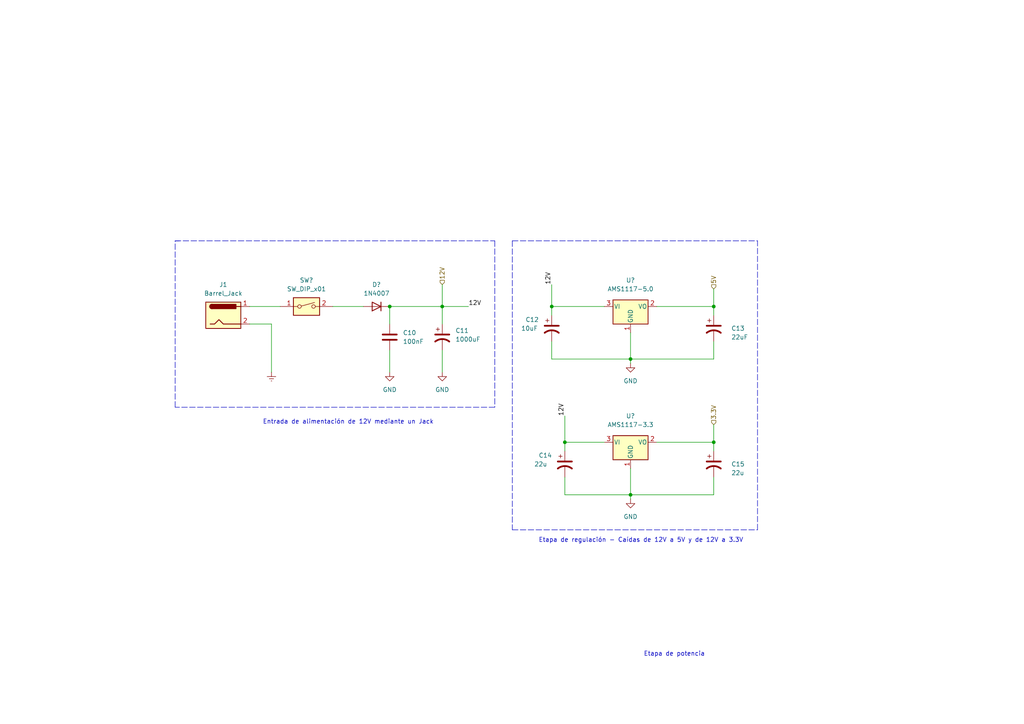
<source format=kicad_sch>
(kicad_sch (version 20211123) (generator eeschema)
  (paper "A4")
  (lib_symbols
    (symbol "Connector:Barrel_Jack" (pin_names (offset 1.016))
      (property "Reference" "J" (at 0 5.334 0))
      (property "Value" "Barrel_Jack" (at 0 -5.08 0))
      (symbol "Barrel_Jack_0_1"
        (rectangle (start -5.08 3.81) (end 5.08 -3.81) (stroke (width 0.254)) (fill (type background)))
        (arc (start -3.302 3.175) (mid -3.937 2.54) (end -3.302 1.905) (stroke (width 0.254)))
        (arc (start -3.302 3.175) (mid -3.937 2.54) (end -3.302 1.905) (stroke (width 0.254)) (fill (type outline)))
        (polyline (pts (xy 5.08 2.54) (xy 3.81 2.54)) (stroke (width 0.254)))
        (polyline (pts (xy -3.81 -2.54) (xy -2.54 -2.54) (xy -1.27 -1.27) (xy 0 -2.54) (xy 2.54 -2.54) (xy 5.08 -2.54)) (stroke (width 0.254)))
        (rectangle (start 3.683 3.175) (end -3.302 1.905) (stroke (width 0.254)) (fill (type outline)))
      )
      (symbol "Barrel_Jack_1_1"
        (pin passive line (at 7.62 2.54 180) (length 2.54) (name "~") (number "1"))
        (pin passive line (at 7.62 -2.54 180) (length 2.54) (name "~") (number "2"))
      )
    )
    (symbol "Device:C" (pin_numbers hide) (pin_names (offset 0.254))
      (property "Reference" "C" (at 0.635 2.54 0))
      (property "Value" "C" (at 0.635 -2.54 0))
      (symbol "C_0_1"
        (polyline (pts (xy -2.032 -0.762) (xy 2.032 -0.762)) (stroke (width 0.508)))
        (polyline (pts (xy -2.032 0.762) (xy 2.032 0.762)) (stroke (width 0.508)))
      )
      (symbol "C_1_1"
        (pin passive line (at 0 3.81 270) (length 2.794) (name "~") (number "1"))
        (pin passive line (at 0 -3.81 90) (length 2.794) (name "~") (number "2"))
      )
    )
    (symbol "Device:C_Polarized_US" (pin_numbers hide) (pin_names (offset 0.254) hide)
      (property "Reference" "C" (at 0.635 2.54 0))
      (property "Value" "C_Polarized_US" (at 0.635 -2.54 0))
      (symbol "C_Polarized_US_0_1"
        (polyline (pts (xy -2.032 0.762) (xy 2.032 0.762)) (stroke (width 0.508)))
        (polyline (pts (xy -1.778 2.286) (xy -0.762 2.286)))
        (polyline (pts (xy -1.27 1.778) (xy -1.27 2.794)))
        (arc (start 2.032 -1.27) (mid 0 -0.5572) (end -2.032 -1.27) (stroke (width 0.508)))
      )
      (symbol "C_Polarized_US_1_1"
        (pin passive line (at 0 3.81 270) (length 2.794) (name "~") (number "1"))
        (pin passive line (at 0 -3.81 90) (length 3.302) (name "~") (number "2"))
      )
    )
    (symbol "Diode:1N4007" (pin_numbers hide) (pin_names (offset 1.016) hide)
      (property "Reference" "D" (at 0 2.54 0))
      (property "Value" "1N4007" (at 0 -2.54 0))
      (symbol "1N4007_0_1"
        (polyline (pts (xy -1.27 1.27) (xy -1.27 -1.27)) (stroke (width 0.254)))
        (polyline (pts (xy 1.27 0) (xy -1.27 0)))
        (polyline (pts (xy 1.27 1.27) (xy 1.27 -1.27) (xy -1.27 0) (xy 1.27 1.27)) (stroke (width 0.254)))
      )
      (symbol "1N4007_1_1"
        (pin passive line (at -3.81 0 0) (length 2.54) (name "K") (number "1"))
        (pin passive line (at 3.81 0 180) (length 2.54) (name "A") (number "2"))
      )
    )
    (symbol "Regulator_Linear:AMS1117-3.3" (pin_names (offset 0.254))
      (property "Reference" "U" (at -3.81 3.175 0))
      (property "Value" "AMS1117-3.3" (at 0 3.175 0))
      (symbol "AMS1117-3.3_0_1"
        (rectangle (start -5.08 -5.08) (end 5.08 1.905) (stroke (width 0.254)) (fill (type background)))
      )
      (symbol "AMS1117-3.3_1_1"
        (pin power_in line (at 0 -7.62 90) (length 2.54) (name "GND") (number "1"))
        (pin power_out line (at 7.62 0 180) (length 2.54) (name "VO") (number "2"))
        (pin power_in line (at -7.62 0 0) (length 2.54) (name "VI") (number "3"))
      )
    )
    (symbol "Regulator_Linear:AMS1117-5.0" (pin_names (offset 0.254))
      (property "Reference" "U" (at -3.81 3.175 0))
      (property "Value" "AMS1117-5.0" (at 0 3.175 0))
      (symbol "AMS1117-5.0_0_1"
        (rectangle (start -5.08 -5.08) (end 5.08 1.905) (stroke (width 0.254)) (fill (type background)))
      )
      (symbol "AMS1117-5.0_1_1"
        (pin power_in line (at 0 -7.62 90) (length 2.54) (name "GND") (number "1"))
        (pin power_out line (at 7.62 0 180) (length 2.54) (name "VO") (number "2"))
        (pin power_in line (at -7.62 0 0) (length 2.54) (name "VI") (number "3"))
      )
    )
    (symbol "Switch:SW_DIP_x01" (pin_names (offset 0) hide)
      (property "Reference" "SW" (at 0 3.81 0))
      (property "Value" "SW_DIP_x01" (at 0 -3.81 0))
      (symbol "SW_DIP_x01_0_0"
        (circle (center -2.032 0) (radius 0.508))
        (polyline (pts (xy -1.524 0.127) (xy 2.3622 1.1684)))
        (circle (center 2.032 0) (radius 0.508))
      )
      (symbol "SW_DIP_x01_0_1"
        (rectangle (start -3.81 2.54) (end 3.81 -2.54) (stroke (width 0.254)) (fill (type background)))
      )
      (symbol "SW_DIP_x01_1_1"
        (pin passive line (at -7.62 0 0) (length 5.08) (name "~") (number "1"))
        (pin passive line (at 7.62 0 180) (length 5.08) (name "~") (number "2"))
      )
    )
    (symbol "power:Earth" (power) (pin_names (offset 0))
      (symbol "Earth_0_1"
        (polyline (pts (xy -0.635 -1.905) (xy 0.635 -1.905)))
        (polyline (pts (xy -0.127 -2.54) (xy 0.127 -2.54)))
        (polyline (pts (xy 0 -1.27) (xy 0 0)))
        (polyline (pts (xy 1.27 -1.27) (xy -1.27 -1.27)))
      )
      (symbol "Earth_1_1"
        (pin power_in line (at 0 0 270) (length 0) hide (name "Earth") (number "1"))
      )
    )
    (symbol "power:GND" (power) (pin_names (offset 0))
      (property "Value" "GND" (at 0 -3.81 0))
      (symbol "GND_0_1"
        (polyline (pts (xy 0 0) (xy 0 -1.27) (xy 1.27 -1.27) (xy 0 -2.54) (xy -1.27 -1.27) (xy 0 -1.27)))
      )
      (symbol "GND_1_1"
        (pin power_in line (at 0 0 270) (length 0) hide (name "GND") (number "1"))
      )
    )
  )
  (junction (at 113.03 88.9))
  (junction (at 160.02 88.9))
  (junction (at 207.01 128.27))
  (junction (at 128.27 88.9))
  (junction (at 163.83 128.27))
  (junction (at 207.01 88.9))
  (junction (at 182.88 143.51))
  (junction (at 182.88 104.14))
  (wire (pts (xy 182.88 104.14) (xy 207.01 104.14)))
  (wire (pts (xy 113.03 88.9) (xy 128.27 88.9)))
  (wire (pts (xy 160.02 104.14) (xy 182.88 104.14)))
  (wire (pts (xy 113.03 88.9) (xy 113.03 93.98)))
  (wire (pts (xy 163.83 128.27) (xy 163.83 130.81)))
  (wire (pts (xy 72.39 88.9) (xy 81.28 88.9)))
  (wire (pts (xy 160.02 99.06) (xy 160.02 104.14)))
  (wire (pts (xy 113.03 101.6) (xy 113.03 107.95)))
  (wire (pts (xy 182.88 104.14) (xy 182.88 105.41)))
  (wire (pts (xy 207.01 138.43) (xy 207.01 143.51)))
  (wire (pts (xy 160.02 82.55) (xy 160.02 88.9)))
  (wire (pts (xy 128.27 88.9) (xy 135.89 88.9)))
  (wire (pts (xy 78.74 93.98) (xy 78.74 107.95)))
  (polyline (pts (xy 148.59 69.85) (xy 219.71 69.85)))
  (wire (pts (xy 190.5 88.9) (xy 207.01 88.9)))
  (polyline (pts (xy 143.51 118.11) (xy 50.8 118.11)))
  (wire (pts (xy 128.27 82.55) (xy 128.27 88.9)))
  (wire (pts (xy 182.88 135.89) (xy 182.88 143.51)))
  (wire (pts (xy 163.83 138.43) (xy 163.83 143.51)))
  (polyline (pts (xy 50.8 69.85) (xy 52.07 69.85)))
  (polyline (pts (xy 219.71 153.67) (xy 219.71 69.85)))
  (polyline (pts (xy 50.8 69.85) (xy 143.51 69.85)))
  (wire (pts (xy 190.5 128.27) (xy 207.01 128.27)))
  (wire (pts (xy 207.01 91.44) (xy 207.01 88.9)))
  (wire (pts (xy 72.39 93.98) (xy 78.74 93.98)))
  (wire (pts (xy 207.01 130.81) (xy 207.01 128.27)))
  (wire (pts (xy 96.52 88.9) (xy 105.41 88.9)))
  (wire (pts (xy 163.83 120.65) (xy 163.83 128.27)))
  (polyline (pts (xy 148.59 153.67) (xy 219.71 153.67)))
  (polyline (pts (xy 143.51 69.85) (xy 143.51 118.11)))
  (wire (pts (xy 182.88 143.51) (xy 182.88 144.78)))
  (wire (pts (xy 160.02 88.9) (xy 160.02 91.44)))
  (wire (pts (xy 128.27 88.9) (xy 128.27 93.98)))
  (wire (pts (xy 207.01 83.82) (xy 207.01 88.9)))
  (polyline (pts (xy 148.59 69.85) (xy 148.59 153.67)))
  (wire (pts (xy 163.83 128.27) (xy 175.26 128.27)))
  (wire (pts (xy 207.01 99.06) (xy 207.01 104.14)))
  (wire (pts (xy 160.02 88.9) (xy 175.26 88.9)))
  (wire (pts (xy 207.01 123.19) (xy 207.01 128.27)))
  (wire (pts (xy 128.27 101.6) (xy 128.27 107.95)))
  (wire (pts (xy 163.83 143.51) (xy 182.88 143.51)))
  (wire (pts (xy 182.88 96.52) (xy 182.88 104.14)))
  (polyline (pts (xy 50.8 118.11) (xy 50.8 69.85)))
  (wire (pts (xy 182.88 143.51) (xy 207.01 143.51)))
  (text "Entrada de alimentación de 12V mediante un Jack " (at 76.2 123.19 0) (effects (font (size 1.27 1.27)) (justify left bottom)))
  (text "Etapa de regulación - Caídas de 12V a 5V y de 12V a 3.3V" (at 156.21 157.48 0) (effects (font (size 1.27 1.27)) (justify left bottom)))
  (text "Etapa de potencia" (at 186.69 190.5 0) (effects (font (size 1.27 1.27)) (justify left bottom)))
  (label "12V" (at 160.02 82.55 90))
  (label "12V" (at 163.83 120.65 90))
  (label "12V" (at 135.89 88.9 0))
  (hierarchical_label "3.3V" (shape input) (at 207.01 123.19 90))
  (hierarchical_label "12V" (shape input) (at 128.27 82.55 90))
  (hierarchical_label "5V" (shape input) (at 207.01 83.82 90))
  (symbol (lib_id "Regulator_Linear:AMS1117-5.0") (at 182.88 88.9 0) (unit 1)
    (property "Reference" "U?" (at 182.88 81.28 0))
    (property "Value" "AMS1117-5.0" (at 182.88 83.82 0))
    (property "Footprint" "Package_TO_SOT_SMD:SOT-223-3_TabPin2" (effects hide))
    (property "Datasheet" "http://www.advanced-monolithic.com/pdf/ds1117.pdf" (effects hide))
  )
  (symbol (lib_id "Device:C_Polarized_US") (at 207.01 95.25 0) (unit 1)
    (property "Reference" "C13" (at 212.09 95.25 0) (effects (justify left)))
    (property "Value" "22uF" (at 212.09 97.79 0) (effects (justify left)))
  )
  (symbol (lib_id "Device:C_Polarized_US") (at 160.02 95.25 0) (unit 1)
    (property "Reference" "C12" (at 152.4 92.71 0) (effects (justify left)))
    (property "Value" "10uF" (at 151.13 95.25 0) (effects (justify left)))
  )
  (symbol (lib_id "Connector:Barrel_Jack") (at 64.77 91.44 0) (unit 1)
    (property "Reference" "J1" (at 64.77 82.55 0))
    (property "Value" "Barrel_Jack" (at 64.77 85.09 0))
    (property "Footprint" "Connector_BarrelJack:BarrelJack_CLIFF_FC681465S_SMT_Horizontal" (effects hide))
  )
  (symbol (lib_id "Diode:1N4007") (at 109.22 88.9 180) (unit 1)
    (property "Reference" "D?" (at 109.22 82.55 0))
    (property "Value" "1N4007" (at 109.22 85.09 0))
    (property "Footprint" "Diode_THT:D_DO-41_SOD81_P10.16mm_Horizontal" (effects hide))
    (property "Datasheet" "http://www.vishay.com/docs/88503/1n4001.pdf" (effects hide))
  )
  (symbol (lib_id "Device:C_Polarized_US") (at 207.01 134.62 0) (unit 1)
    (property "Reference" "C15" (at 212.09 134.62 0) (effects (justify left)))
    (property "Value" "22u" (at 212.09 137.16 0) (effects (justify left)))
  )
  (symbol (lib_id "power:GND") (at 128.27 107.95 0) (unit 1)
    (property "Reference" "#PWR?" (effects hide))
    (property "Value" "GND" (at 128.27 113.03 0))
  )
  (symbol (lib_id "Device:C_Polarized_US") (at 163.83 134.62 0) (unit 1)
    (property "Reference" "C14" (at 156.21 132.08 0) (effects (justify left)))
    (property "Value" "22u" (at 154.94 134.62 0) (effects (justify left)))
  )
  (symbol (lib_id "Device:C") (at 113.03 97.79 0) (unit 1)
    (property "Reference" "C10" (at 116.84 96.5199 0) (effects (justify left)))
    (property "Value" "100nF" (at 116.84 99.0599 0) (effects (justify left)))
  )
  (symbol (lib_id "power:GND") (at 182.88 105.41 0) (unit 1)
    (property "Reference" "#PWR?" (effects hide))
    (property "Value" "GND" (at 182.88 110.49 0))
  )
  (symbol (lib_id "Regulator_Linear:AMS1117-3.3") (at 182.88 128.27 0) (unit 1)
    (property "Reference" "U?" (at 182.88 120.65 0))
    (property "Value" "AMS1117-3.3" (at 182.88 123.19 0))
    (property "Footprint" "Package_TO_SOT_SMD:SOT-223-3_TabPin2" (effects hide))
    (property "Datasheet" "http://www.advanced-monolithic.com/pdf/ds1117.pdf" (effects hide))
  )
  (symbol (lib_id "power:Earth") (at 78.74 107.95 0) (unit 1)
    (property "Reference" "#PWR?" (effects hide))
    (property "Value" "Earth" (effects hide))
  )
  (symbol (lib_id "Device:C_Polarized_US") (at 128.27 97.79 0) (unit 1)
    (property "Reference" "C11" (at 132.08 95.8849 0) (effects (justify left)))
    (property "Value" "1000uF" (at 132.08 98.4249 0) (effects (justify left)))
  )
  (symbol (lib_id "power:GND") (at 182.88 144.78 0) (unit 1)
    (property "Reference" "#PWR?" (effects hide))
    (property "Value" "GND" (at 182.88 149.86 0))
  )
  (symbol (lib_id "power:GND") (at 113.03 107.95 0) (unit 1)
    (property "Reference" "#PWR?" (effects hide))
    (property "Value" "GND" (at 113.03 113.03 0))
  )
  (symbol (lib_id "Switch:SW_DIP_x01") (at 88.9 88.9 0) (unit 1)
    (property "Reference" "SW?" (at 88.9 81.28 0))
    (property "Value" "SW_DIP_x01" (at 88.9 83.82 0))
  )
)
</source>
